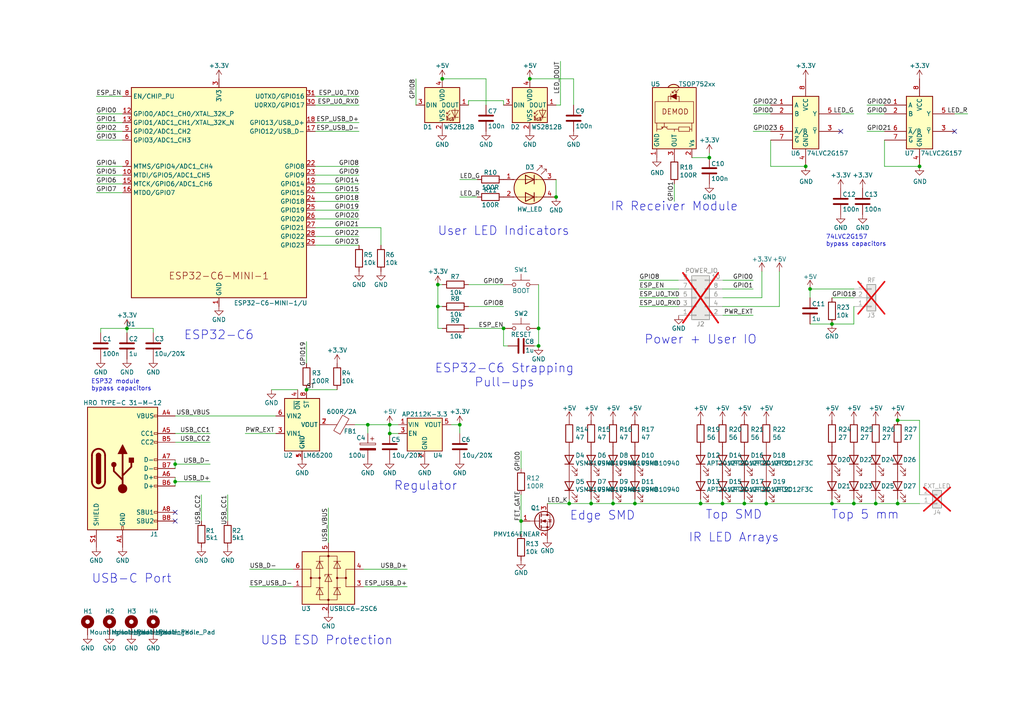
<source format=kicad_sch>
(kicad_sch (version 20231120) (generator "eeschema") (generator_version "8.0")
  (paper "A4")
  (junction (at 184.15 146.05))
  (junction (at 156.21 95.25))
  (junction (at 266.7 48.26))
  (junction (at 106.68 123.19))
  (junction (at 205.74 45.72))
  (junction (at 128.27 22.86))
  (junction (at 127 82.55))
  (junction (at 50.8 134.62))
  (junction (at 177.8 146.05))
  (junction (at 209.55 146.05))
  (junction (at 133.35 123.19))
  (junction (at 113.03 123.19))
  (junction (at 50.8 139.7))
  (junction (at 88.9 113.03))
  (junction (at 203.2 146.05))
  (junction (at 233.68 48.26))
  (junction (at 171.45 146.05))
  (junction (at 146.05 95.25))
  (junction (at 254 146.05))
  (junction (at 234.95 83.82))
  (junction (at 113.03 125.73))
  (junction (at 222.25 146.05))
  (junction (at 247.65 146.05))
  (junction (at 151.13 151.13))
  (junction (at 260.35 121.92))
  (junction (at 36.83 95.25))
  (junction (at 153.67 22.86))
  (junction (at 161.29 57.15))
  (junction (at 241.3 146.05))
  (junction (at 241.3 93.98))
  (junction (at 156.21 100.33))
  (junction (at 165.1 146.05))
  (junction (at 215.9 146.05))
  (junction (at 260.35 146.05))
  (junction (at 127 88.9))
  (no_connect (at 50.8 148.59))
  (no_connect (at 276.86 38.1))
  (no_connect (at 243.84 38.1))
  (no_connect (at 50.8 151.13))
  (wire (pts (xy 247.65 88.9) (xy 247.65 93.98)))
  (wire (pts (xy 243.84 33.02) (xy 247.65 33.02)))
  (wire (pts (xy 130.81 123.19) (xy 133.35 123.19)))
  (wire (pts (xy 115.57 123.19) (xy 113.03 123.19)))
  (wire (pts (xy 113.03 123.19) (xy 113.03 125.73)))
  (wire (pts (xy 156.21 82.55) (xy 156.21 95.25)))
  (wire (pts (xy 91.44 66.04) (xy 110.49 66.04)))
  (wire (pts (xy 276.86 33.02) (xy 280.67 33.02)))
  (wire (pts (xy 91.44 50.8) (xy 104.14 50.8)))
  (wire (pts (xy 256.54 40.64) (xy 256.54 48.26)))
  (wire (pts (xy 120.65 22.86) (xy 120.65 30.48)))
  (wire (pts (xy 127 88.9) (xy 128.27 88.9)))
  (wire (pts (xy 27.94 40.64) (xy 35.56 40.64)))
  (wire (pts (xy 220.98 78.74) (xy 220.98 86.36)))
  (wire (pts (xy 133.35 123.19) (xy 133.35 125.73)))
  (wire (pts (xy 151.13 143.51) (xy 151.13 151.13)))
  (wire (pts (xy 161.29 52.07) (xy 161.29 57.15)))
  (wire (pts (xy 256.54 48.26) (xy 266.7 48.26)))
  (wire (pts (xy 27.94 27.94) (xy 35.56 27.94)))
  (wire (pts (xy 151.13 151.13) (xy 151.13 154.94)))
  (wire (pts (xy 260.35 146.05) (xy 254 146.05)))
  (wire (pts (xy 247.65 144.78) (xy 247.65 146.05)))
  (wire (pts (xy 156.21 100.33) (xy 154.94 100.33)))
  (wire (pts (xy 50.8 133.35) (xy 50.8 134.62)))
  (wire (pts (xy 27.94 48.26) (xy 35.56 48.26)))
  (wire (pts (xy 50.8 120.65) (xy 80.01 120.65)))
  (wire (pts (xy 151.13 130.81) (xy 151.13 135.89)))
  (wire (pts (xy 260.35 146.05) (xy 266.7 146.05)))
  (wire (pts (xy 166.37 30.48) (xy 166.37 22.86)))
  (wire (pts (xy 177.8 144.78) (xy 177.8 146.05)))
  (wire (pts (xy 27.94 38.1) (xy 35.56 38.1)))
  (wire (pts (xy 91.44 60.96) (xy 104.14 60.96)))
  (wire (pts (xy 50.8 128.27) (xy 60.96 128.27)))
  (wire (pts (xy 27.94 35.56) (xy 35.56 35.56)))
  (wire (pts (xy 158.75 146.05) (xy 165.1 146.05)))
  (wire (pts (xy 209.55 83.82) (xy 218.44 83.82)))
  (wire (pts (xy 222.25 146.05) (xy 241.3 146.05)))
  (wire (pts (xy 135.89 82.55) (xy 146.05 82.55)))
  (wire (pts (xy 135.89 29.21) (xy 146.05 29.21)))
  (wire (pts (xy 209.55 88.9) (xy 226.06 88.9)))
  (wire (pts (xy 184.15 144.78) (xy 184.15 146.05)))
  (wire (pts (xy 50.8 134.62) (xy 60.96 134.62)))
  (wire (pts (xy 88.9 113.03) (xy 97.79 113.03)))
  (wire (pts (xy 177.8 146.05) (xy 171.45 146.05)))
  (wire (pts (xy 50.8 138.43) (xy 50.8 139.7)))
  (wire (pts (xy 254 144.78) (xy 254 146.05)))
  (wire (pts (xy 50.8 139.7) (xy 50.8 140.97)))
  (wire (pts (xy 200.66 45.72) (xy 205.74 45.72)))
  (wire (pts (xy 241.3 144.78) (xy 241.3 146.05)))
  (wire (pts (xy 234.95 93.98) (xy 241.3 93.98)))
  (wire (pts (xy 113.03 125.73) (xy 115.57 125.73)))
  (wire (pts (xy 146.05 29.21) (xy 146.05 30.48)))
  (wire (pts (xy 72.39 170.18) (xy 85.09 170.18)))
  (wire (pts (xy 218.44 30.48) (xy 223.52 30.48)))
  (wire (pts (xy 91.44 30.48) (xy 104.14 30.48)))
  (wire (pts (xy 27.94 53.34) (xy 35.56 53.34)))
  (wire (pts (xy 50.8 139.7) (xy 60.96 139.7)))
  (wire (pts (xy 254 146.05) (xy 247.65 146.05)))
  (wire (pts (xy 162.5599 30.48) (xy 162.5599 17.78)))
  (wire (pts (xy 71.12 125.73) (xy 80.01 125.73)))
  (wire (pts (xy 234.95 83.82) (xy 247.65 83.82)))
  (wire (pts (xy 133.35 57.15) (xy 138.43 57.15)))
  (wire (pts (xy 226.06 78.74) (xy 226.06 88.9)))
  (wire (pts (xy 209.55 146.05) (xy 203.2 146.05)))
  (wire (pts (xy 27.94 55.88) (xy 35.56 55.88)))
  (wire (pts (xy 161.29 30.48) (xy 162.5599 30.48)))
  (wire (pts (xy 184.15 146.05) (xy 177.8 146.05)))
  (wire (pts (xy 44.45 96.52) (xy 44.45 95.25)))
  (wire (pts (xy 91.44 55.88) (xy 104.14 55.88)))
  (wire (pts (xy 105.41 165.1) (xy 118.11 165.1)))
  (wire (pts (xy 91.44 58.42) (xy 104.14 58.42)))
  (wire (pts (xy 146.05 100.33) (xy 146.05 95.25)))
  (wire (pts (xy 91.44 48.26) (xy 104.14 48.26)))
  (wire (pts (xy 106.68 123.19) (xy 102.87 123.19)))
  (wire (pts (xy 266.7 121.92) (xy 260.35 121.92)))
  (wire (pts (xy 171.45 146.05) (xy 165.1 146.05)))
  (wire (pts (xy 140.97 30.48) (xy 140.97 22.86)))
  (wire (pts (xy 218.44 33.02) (xy 223.52 33.02)))
  (wire (pts (xy 266.7 143.51) (xy 266.7 121.92)))
  (wire (pts (xy 223.52 48.26) (xy 233.68 48.26)))
  (wire (pts (xy 247.65 146.05) (xy 241.3 146.05)))
  (wire (pts (xy 135.89 95.25) (xy 146.05 95.25)))
  (wire (pts (xy 66.04 143.51) (xy 66.04 151.13)))
  (wire (pts (xy 185.42 88.9) (xy 196.85 88.9)))
  (wire (pts (xy 203.2 144.78) (xy 203.2 146.05)))
  (wire (pts (xy 209.55 86.36) (xy 220.98 86.36)))
  (wire (pts (xy 135.89 88.9) (xy 146.05 88.9)))
  (wire (pts (xy 251.46 38.1) (xy 256.54 38.1)))
  (wire (pts (xy 95.25 147.32) (xy 95.25 157.48)))
  (wire (pts (xy 215.9 144.78) (xy 215.9 146.05)))
  (wire (pts (xy 223.52 40.64) (xy 223.52 48.26)))
  (wire (pts (xy 91.44 35.56) (xy 104.14 35.56)))
  (wire (pts (xy 127 95.25) (xy 128.27 95.25)))
  (wire (pts (xy 110.49 66.04) (xy 110.49 71.12)))
  (wire (pts (xy 91.44 63.5) (xy 104.14 63.5)))
  (wire (pts (xy 195.58 53.34) (xy 195.58 58.42)))
  (wire (pts (xy 91.44 71.12) (xy 104.14 71.12)))
  (wire (pts (xy 241.3 86.36) (xy 247.65 86.36)))
  (wire (pts (xy 88.9 99.06) (xy 88.9 105.41)))
  (wire (pts (xy 222.25 144.78) (xy 222.25 146.05)))
  (wire (pts (xy 50.8 134.62) (xy 50.8 135.89)))
  (wire (pts (xy 105.41 170.18) (xy 118.11 170.18)))
  (wire (pts (xy 215.9 146.05) (xy 209.55 146.05)))
  (wire (pts (xy 72.39 165.1) (xy 85.09 165.1)))
  (wire (pts (xy 133.35 52.07) (xy 138.43 52.07)))
  (wire (pts (xy 127 95.25) (xy 127 88.9)))
  (wire (pts (xy 140.97 22.86) (xy 128.27 22.86)))
  (wire (pts (xy 106.68 125.73) (xy 106.68 123.19)))
  (wire (pts (xy 251.46 33.02) (xy 256.54 33.02)))
  (wire (pts (xy 205.74 45.72) (xy 205.74 44.45)))
  (wire (pts (xy 58.42 143.51) (xy 58.42 151.13)))
  (wire (pts (xy 166.37 22.86) (xy 153.67 22.86)))
  (wire (pts (xy 91.44 53.34) (xy 104.14 53.34)))
  (wire (pts (xy 147.32 100.33) (xy 146.05 100.33)))
  (wire (pts (xy 127 82.55) (xy 128.27 82.55)))
  (wire (pts (xy 184.15 146.05) (xy 203.2 146.05)))
  (wire (pts (xy 91.44 27.94) (xy 104.14 27.94)))
  (wire (pts (xy 185.42 81.28) (xy 196.85 81.28)))
  (wire (pts (xy 36.83 95.25) (xy 29.21 95.25)))
  (wire (pts (xy 209.55 91.44) (xy 218.44 91.44)))
  (wire (pts (xy 222.25 146.05) (xy 215.9 146.05)))
  (wire (pts (xy 251.46 30.48) (xy 256.54 30.48)))
  (wire (pts (xy 234.95 83.82) (xy 234.95 86.36)))
  (wire (pts (xy 106.68 123.19) (xy 113.03 123.19)))
  (wire (pts (xy 218.44 38.1) (xy 223.52 38.1)))
  (wire (pts (xy 91.44 38.1) (xy 104.14 38.1)))
  (wire (pts (xy 156.21 95.25) (xy 156.21 100.33)))
  (wire (pts (xy 78.74 113.03) (xy 86.36 113.03)))
  (wire (pts (xy 29.21 95.25) (xy 29.21 96.52)))
  (wire (pts (xy 36.83 96.52) (xy 36.83 95.25)))
  (wire (pts (xy 27.94 33.02) (xy 35.56 33.02)))
  (wire (pts (xy 165.1 146.05) (xy 165.1 144.78)))
  (wire (pts (xy 185.42 83.82) (xy 196.85 83.82)))
  (wire (pts (xy 209.55 144.78) (xy 209.55 146.05)))
  (wire (pts (xy 209.55 81.28) (xy 218.44 81.28)))
  (wire (pts (xy 91.44 68.58) (xy 104.14 68.58)))
  (wire (pts (xy 50.8 125.73) (xy 60.96 125.73)))
  (wire (pts (xy 27.94 50.8) (xy 35.56 50.8)))
  (wire (pts (xy 260.35 144.78) (xy 260.35 146.05)))
  (wire (pts (xy 44.45 95.25) (xy 36.83 95.25)))
  (wire (pts (xy 247.65 93.98) (xy 241.3 93.98)))
  (wire (pts (xy 185.42 86.36) (xy 196.85 86.36)))
  (wire (pts (xy 171.45 144.78) (xy 171.45 146.05)))
  (wire (pts (xy 127 82.55) (xy 127 88.9)))
  (wire (pts (xy 135.89 30.48) (xy 135.89 29.21)))
  (text "Top SMD" (at 212.852 150.876 0) (effects (font (size 2.54 2.54)) (justify bottom)))
  (text "Edge SMD" (at 174.752 151.13 0) (effects (font (size 2.54 2.54)) (justify bottom)))
  (text "74LVC2G157\nbypass capacitors" (at 239.522 71.628 0) (effects (font (size 1.27 1.27)) (justify left bottom)))
  (text "User LED Indicators" (at 146.05 68.58 0) (effects (font (size 2.54 2.54)) (justify bottom)))
  (text "Power + User IO" (at 203.2 100.076 0) (effects (font (size 2.54 2.54)) (justify bottom)))
  (text "ESP32-C6" (at 63.5 98.806 0) (effects (font (size 2.54 2.54)) (justify bottom)))
  (text "USB-C Port" (at 26.543 169.418 0) (effects (font (size 2.54 2.54)) (justify left bottom)))
  (text "USB ESD Protection" (at 75.565 187.325 0) (effects (font (size 2.54 2.54)) (justify left bottom)))
  (text "Top 5 mm" (at 250.952 150.876 0) (effects (font (size 2.54 2.54)) (justify bottom)))
  (text "ESP32-C6 Strapping\nPull-ups" (at 146.304 112.522 0) (effects (font (size 2.54 2.54)) (justify bottom)))
  (text "IR Receiver Module" (at 195.58 61.468 0) (effects (font (size 2.54 2.54)) (justify bottom)))
  (text "IR LED Arrays" (at 212.852 157.48 0) (effects (font (size 2.54 2.54)) (justify bottom)))
  (text "Regulator" (at 123.444 142.494 0) (effects (font (size 2.54 2.54)) (justify bottom)))
  (text "ESP32 module\nbypass capacitors" (at 26.416 113.538 0) (effects (font (size 1.27 1.27)) (justify left bottom)))
  (label "GPIO19" (at 104.14 60.96 180))
  (label "GPIO23" (at 104.14 71.12 180))
  (label "ESP_USB_D+" (at 118.11 170.18 180))
  (label "ST" (at 88.9 113.03 0))
  (label "USB_CC2" (at 58.42 143.51 270))
  (label "ESP_U0_TXD" (at 104.14 27.94 180))
  (label "ESP_EN" (at 185.42 83.82 0))
  (label "LED_G" (at 247.65 33.02 180))
  (label "GPIO5" (at 27.94 50.8 0))
  (label "GPIO0" (at 27.94 33.02 0))
  (label "GPIO8" (at 104.14 48.26 180))
  (label "GPIO20" (at 251.46 30.48 0))
  (label "GPIO0" (at 218.44 81.28 180))
  (label "ESP_USB_D-" (at 104.14 38.1 180))
  (label "USB_VBUS" (at 95.25 147.32 270))
  (label "ESP_EN" (at 146.05 95.25 180))
  (label "GPIO18" (at 241.3 86.36 0))
  (label "GPIO9" (at 104.14 50.8 180))
  (label "GPIO4" (at 27.94 48.26 0))
  (label "LED_DOUT" (at 162.5599 17.78 270))
  (label "USB_D-" (at 72.39 165.1 0))
  (label "GPIO8" (at 185.42 81.28 0))
  (label "LED_R" (at 133.35 57.15 0))
  (label "GPIO22" (at 104.14 68.58 180))
  (label "USB_CC2" (at 60.96 128.27 180))
  (label "USB_D-" (at 60.96 134.62 180))
  (label "LED_K" (at 158.75 146.05 0))
  (label "PWR_EXT" (at 218.44 91.44 180))
  (label "ESP_USB_D+" (at 104.14 35.56 180))
  (label "LED_R" (at 280.67 33.02 180))
  (label "ESP_U0_RXD" (at 185.42 88.9 0))
  (label "USB_CC1" (at 66.04 143.51 270))
  (label "GPIO21" (at 104.14 66.04 180))
  (label "GPIO23" (at 218.44 38.1 0))
  (label "USB_CC1" (at 60.96 125.73 180))
  (label "GPIO19" (at 88.9 99.06 270))
  (label "GPIO1" (at 218.44 83.82 180))
  (label "GPIO2" (at 27.94 38.1 0))
  (label "GPIO1" (at 27.94 35.56 0))
  (label "GPIO3" (at 27.94 40.64 0))
  (label "USB_D+" (at 118.11 165.1 180))
  (label "GPIO6" (at 27.94 53.34 0))
  (label "ESP_U0_TXD" (at 185.42 86.36 0))
  (label "LED_G" (at 133.35 52.07 0))
  (label "GPIO18" (at 104.14 58.42 180))
  (label "GPIO15" (at 104.14 55.88 180))
  (label "GPIO21" (at 251.46 38.1 0))
  (label "ESP_EN" (at 27.94 27.94 0))
  (label "USB_D+" (at 60.96 139.7 180))
  (label "GPIO0" (at 151.13 130.81 270))
  (label "GPIO22" (at 218.44 30.48 0))
  (label "GPIO1" (at 195.58 58.42 90))
  (label "GPIO8" (at 120.65 22.86 270))
  (label "GPIO9" (at 146.05 82.55 180))
  (label "GPIO14" (at 104.14 53.34 180))
  (label "GPIO0" (at 251.46 33.02 0))
  (label "GPIO7" (at 27.94 55.88 0))
  (label "GPIO0" (at 218.44 33.02 0))
  (label "GPIO20" (at 104.14 63.5 180))
  (label "USB_VBUS" (at 60.96 120.65 180))
  (label "GPIO8" (at 146.05 88.9 180))
  (label "FET_GATE" (at 151.13 151.13 90))
  (label "ESP_U0_RXD" (at 104.14 30.48 180))
  (label "PWR_EXT" (at 71.12 125.73 0))
  (label "ESP_USB_D-" (at 72.39 170.18 0))
  (symbol (lib_id "power:+5V") (at 113.03 123.19 0) (unit 1)
    (property "Reference" "#PWR022" (effects (hide yes)))
    (property "Value" "+5V" (at 113.03 119.38 0))
  )
  (symbol (lib_id "Transistor_FET:2N7002") (at 156.21 151.13 0) (unit 1)
    (property "Reference" "Q1" (at 153.924 147.32 0) (effects (justify left)))
    (property "Value" "PMV164ENEAR" (at 143.002 154.94 0) (effects (justify left)))
    (property "Footprint" "Package_TO_SOT_SMD:SOT-23" (effects (hide yes)))
    (property "Datasheet" "https://assets.nexperia.com/documents/data-sheet/PMV164ENEA.pdf" (effects (hide yes)))
    (property "MPN1" "PMV164ENEAR " (effects (hide yes)))
  )
  (symbol (lib_id "power:+5V") (at 203.2 121.92 0) (unit 1)
    (property "Reference" "#PWR044" (effects (hide yes)))
    (property "Value" "+5V" (at 203.2 118.364 0))
  )
  (symbol (lib_id "power:GND") (at 158.75 156.21 0) (unit 1)
    (property "Reference" "#PWR035" (effects (hide yes)))
    (property "Value" "GND" (at 158.75 159.766 0))
  )
  (symbol (lib_id "Mechanical:MountingHole_Pad") (at 25.4 181.61 0) (unit 1)
    (property "Reference" "H1" (at 24.13 177.292 0) (effects (justify left)))
    (property "Value" "MountingHole_Pad" (at 25.908 183.388 0) (effects (justify left)))
    (property "Footprint" "MountingHole:MountingHole_2.5mm_Pad_Via" (effects (hide yes)))
    (property "Population" "DNF" (effects (hide yes)))
  )
  (symbol (lib_id "power:GND") (at 190.5 45.72 0) (unit 1)
    (property "Reference" "#PWR042" (effects (hide yes)))
    (property "Value" "GND" (at 190.627 50.1142 0))
  )
  (symbol (lib_id "Regulator_Linear:AP2112K-3.3") (at 123.19 125.73 0) (unit 1)
    (property "Reference" "U4" (at 127 132.08 0))
    (property "Value" "AP2112K-3.3" (at 123.19 120.142 0))
    (property "Footprint" "Package_TO_SOT_SMD:SOT-23-5" (effects (hide yes)))
    (property "Datasheet" "https://www.diodes.com/assets/Datasheets/AP2112.pdf" (effects (hide yes)))
    (property "MPN1" "AP2112K-3.3TRG1" (effects (hide yes)))
  )
  (symbol (lib_name "+3.3V_1") (lib_id "power:+3.3V") (at 266.7 22.86 0) (unit 1)
    (property "Reference" "#PWR064" (effects (hide yes)))
    (property "Value" "+3.3V" (at 266.7 19.05 0))
  )
  (symbol (lib_id "Pulse:WS2812B") (at 128.27 30.48 0) (unit 1)
    (property "Reference" "D1" (at 122.682 36.83 0) (effects (justify left)))
    (property "Value" "WS2812B" (at 137.668 36.83 0) (effects (justify right)))
    (property "Footprint" "LED_SMD:LED_WS2812B-2020_PLCC4_2.0x2.0mm" (effects (hide yes)))
    (property "Datasheet" "https://cdn-shop.adafruit.com/product-files/4684/4684_WS2812B-2020_V1.3_EN.pdf" (effects (hide yes)))
    (property "DesignRef" "User LED" (effects (hide yes)))
    (property "Manufacturer" "WorldSemi" (effects (hide yes)))
    (property "MPN1" "WS2812B-2020" (effects (hide yes)))
  )
  (symbol (lib_id "Device:C") (at 36.83 100.33 0) (unit 1)
    (property "Reference" "C2" (at 37.338 98.298 0) (effects (justify left)))
    (property "Value" "1u" (at 37.338 102.616 0) (effects (justify left)))
    (property "Footprint" "Capacitor_SMD:C_0402_1005Metric" (effects (hide yes)))
    (property "Manufacturer" "Yageo" (effects (hide yes)))
    (property "DesignRef" "Bypass" (effects (hide yes)))
    (property "MPN1" "CC0402KRX5R6BB105" (effects (hide yes)))
  )
  (symbol (lib_id "Device:R") (at 222.25 125.73 0) (unit 1)
    (property "Reference" "R22" (at 224.028 124.5616 0) (effects (justify left)))
    (property "Value" "56" (at 224.028 126.873 0) (effects (justify left)))
    (property "Footprint" "Resistor_SMD:R_0805_2012Metric" (effects (hide yes)))
    (property "MPN1" "RC0805JR-0756RL" (effects (hide yes)))
  )
  (symbol (lib_id "Device:R") (at 142.24 57.15 90) (unit 1)
    (property "Reference" "R11" (at 142.24 55.118 90))
    (property "Value" "100R" (at 142.24 59.436 90))
    (property "Footprint" "Resistor_SMD:R_0402_1005Metric" (effects (hide yes)))
    (property "Manufacturer" "Yageo" (effects (hide yes)))
    (property "MPN1" "RC0402JR-07100RL" (effects (hide yes)))
  )
  (symbol (lib_id "Device:LED") (at 247.65 133.35 90) (unit 1)
    (property "Reference" "D22" (at 249.174 133.35 90) (effects (justify right)))
    (property "Value" "LTE-4206" (effects (hide yes)))
    (property "Footprint" "LED_THT:LED_D5.0mm" (effects (hide yes)))
    (property "MPN1" "LTE-4206" (effects (hide yes)))
  )
  (symbol (lib_id "power:+5V") (at 226.06 78.74 0) (unit 1)
    (property "Reference" "#PWR051" (effects (hide yes)))
    (property "Value" "+5V" (at 226.06 75.184 0))
  )
  (symbol (lib_id "kbxIrBlaster:TSOP752xx") (at 195.58 35.56 270) (unit 1)
    (property "Reference" "U5" (at 188.722 24.384 90) (effects (justify left)))
    (property "Value" "TSOP752xx" (at 196.85 24.384 90) (effects (justify left)))
    (property "Footprint" "kbxIrBlaster:Vishay_TSOP752_Horizontal" (effects (hide yes)))
    (property "Datasheet" "https://www.vishay.com/docs/82494/tsop752.pdf" (effects (hide yes)))
    (property "Description" "IR Receiver Modules for Remote Control Systems" (effects (hide yes)))
    (property "MPN1" "TSOP75238" (effects (hide yes)))
  )
  (symbol (lib_id "power:GND") (at 196.85 91.44 0) (unit 1)
    (property "Reference" "#PWR043" (effects (hide yes)))
    (property "Value" "GND" (at 196.85 95.25 0))
  )
  (symbol (lib_name "+3.3V_1") (lib_id "power:+3.3V") (at 220.98 78.74 0) (unit 1)
    (property "Reference" "#PWR049" (effects (hide yes)))
    (property "Value" "+3.3V" (at 220.98 75.184 0))
  )
  (symbol (lib_id "Device:C") (at 44.45 100.33 0) (unit 1)
    (property "Reference" "C3" (at 46.228 98.298 0))
    (property "Value" "10u/20%" (at 49.276 102.616 0))
    (property "Footprint" "Capacitor_SMD:C_0603_1608Metric" (effects (hide yes)))
    (property "Manufacturer" "Yageo" (effects (hide yes)))
    (property "DesignRef" "Bypass" (effects (hide yes)))
    (property "MPN1" "CC0603MRX5R6BB106" (effects (hide yes)))
  )
  (symbol (lib_id "Device:R") (at 241.3 125.73 0) (unit 1)
    (property "Reference" "R24" (at 243.078 124.5616 0) (effects (justify left)))
    (property "Value" "27" (at 243.078 126.873 0) (effects (justify left)))
    (property "Footprint" "Resistor_SMD:R_0805_2012Metric" (effects (hide yes)))
    (property "Description" "Resistor" (effects (hide yes)))
    (property "MPN1" "RC0805FR-0727RL" (effects (hide yes)))
  )
  (symbol (lib_id "Mechanical:MountingHole_Pad") (at 31.75 181.61 0) (unit 1)
    (property "Reference" "H2" (at 30.48 177.292 0) (effects (justify left)))
    (property "Value" "MountingHole_Pad" (at 32.258 183.388 0) (effects (justify left)))
    (property "Footprint" "MountingHole:MountingHole_2.5mm_Pad_Via" (effects (hide yes)))
    (property "Population" "DNF" (effects (hide yes)))
  )
  (symbol (lib_id "74xGxx:74LVC2G157") (at 266.7 35.56 0) (unit 1)
    (property "Reference" "U7" (at 262.382 44.45 0) (effects (justify left)))
    (property "Value" "74LVC2G157" (at 266.954 44.45 0) (effects (justify left)))
    (property "Footprint" "Package_SO:VSSOP-8_2.3x2mm_P0.5mm" (effects (hide yes)))
    (property "Datasheet" "https://www.ti.com/lit/ds/symlink/sn74lvc2g157.pdf" (effects (hide yes)))
    (property "Description" "Single 2 to 1 Multiplexer, Low-Voltage CMOS" (effects (hide yes)))
    (property "MPN1" "74LVC2G157" (effects (hide yes)))
  )
  (symbol (lib_id "Device:C") (at 29.21 100.33 0) (unit 1)
    (property "Reference" "C1" (at 29.718 98.298 0) (effects (justify left)))
    (property "Value" "100n" (at 29.718 102.616 0) (effects (justify left)))
    (property "Footprint" "Capacitor_SMD:C_0402_1005Metric" (effects (hide yes)))
    (property "Manufacturer" "Yageo" (effects (hide yes)))
    (property "DesignRef" "Bypass" (effects (hide yes)))
    (property "MPN1" "CC0402KRX5R6BB104" (effects (hide yes)))
  )
  (symbol (lib_id "Device:LED") (at 215.9 133.35 90) (unit 1)
    (property "Reference" "D16" (at 217.678 132.08 90) (effects (justify right)))
    (property "Value" "APT2012F3C" (at 217.678 134.366 90) (effects (justify right)))
    (property "Footprint" "LED_SMD:LED_0805_2012Metric" (effects (hide yes)))
    (property "Datasheet" "https://www.kingbrightusa.com/images/catalog/spec/apt2012f3c.pdf" (effects (hide yes)))
    (property "Description" "Light emitting diode" (effects (hide yes)))
    (property "MPN1" "APT2012F3C" (effects (hide yes)))
  )
  (symbol (lib_id "Device:LED") (at 171.45 133.35 90) (unit 1)
    (property "Reference" "D6" (at 173.228 132.08 90) (effects (justify right)))
    (property "Value" "VSMB10940" (at 173.228 134.366 90) (effects (justify right)))
    (property "Footprint" "LED_SMD:LED_Kingbright_KPA-3010_3x2x1mm" (effects (hide yes)))
    (property "Datasheet" "https://www.vishay.com/docs/84170/vsmb10940.pdf" (effects (hide yes)))
    (property "Description" "Light emitting diode" (effects (hide yes)))
    (property "MPN1" "VSMB10940" (effects (hide yes)))
  )
  (symbol (lib_id "power:GND") (at 44.45 104.14 0) (unit 1)
    (property "Reference" "#PWR09" (effects (hide yes)))
    (property "Value" "GND" (at 44.45 107.95 0))
  )
  (symbol (lib_id "power:GND") (at 233.68 48.26 0) (unit 1)
    (property "Reference" "#PWR053" (effects (hide yes)))
    (property "Value" "GND" (at 233.807 52.6542 0))
  )
  (symbol (lib_id "power:GND") (at 63.5 88.9 0) (unit 1)
    (property "Reference" "#PWR013" (effects (hide yes)))
    (property "Value" "GND" (at 63.5 92.71 0))
  )
  (symbol (lib_id "power:+5V") (at 241.3 121.92 0) (unit 1)
    (property "Reference" "#PWR056" (effects (hide yes)))
    (property "Value" "+5V" (at 241.3 118.364 0))
  )
  (symbol (lib_id "Device:C") (at 234.95 90.17 0) (unit 1)
    (property "Reference" "C11" (at 235.458 88.138 0) (effects (justify left)))
    (property "Value" "1u" (at 235.458 92.456 0) (effects (justify left)))
    (property "Footprint" "Capacitor_SMD:C_0402_1005Metric" (effects (hide yes)))
    (property "Manufacturer" "Yageo" (effects (hide yes)))
    (property "DesignRef" "Bypass" (effects (hide yes)))
    (property "MPN1" "CC0402KRX5R6BB105" (effects (hide yes)))
  )
  (symbol (lib_name "+3.3V_1") (lib_id "power:+3.3V") (at 63.5 22.86 0) (unit 1)
    (property "Reference" "#PWR012" (effects (hide yes)))
    (property "Value" "+3.3V" (at 63.5 19.05 0))
  )
  (symbol (lib_id "Device:LED") (at 203.2 140.97 90) (unit 1)
    (property "Reference" "D13" (at 204.978 139.7 90) (effects (justify right)))
    (property "Value" "APT2012F3C" (at 204.978 141.986 90) (effects (justify right)))
    (property "Footprint" "LED_SMD:LED_0805_2012Metric" (effects (hide yes)))
    (property "Datasheet" "https://www.kingbrightusa.com/images/catalog/spec/apt2012f3c.pdf" (effects (hide yes)))
    (property "Description" "Light emitting diode" (effects (hide yes)))
    (property "MPN1" "APT2012F3C" (effects (hide yes)))
  )
  (symbol (lib_id "Device:R") (at 247.65 125.73 0) (unit 1)
    (property "Reference" "R25" (at 249.428 124.5616 0) (effects (justify left)))
    (property "Value" "27" (at 249.428 126.873 0) (effects (justify left)))
    (property "Footprint" "Resistor_SMD:R_0805_2012Metric" (effects (hide yes)))
    (property "Description" "Resistor" (effects (hide yes)))
    (property "MPN1" "RC0805FR-0727RL" (effects (hide yes)))
  )
  (symbol (lib_id "Device:R") (at 209.55 125.73 0) (unit 1)
    (property "Reference" "R20" (at 211.328 124.5616 0) (effects (justify left)))
    (property "Value" "56" (at 211.328 126.873 0) (effects (justify left)))
    (property "Footprint" "Resistor_SMD:R_0805_2012Metric" (effects (hide yes)))
    (property "MPN1" "RC0805JR-0756RL" (effects (hide yes)))
  )
  (symbol (lib_id "Device:LED") (at 254 140.97 90) (unit 1)
    (property "Reference" "D25" (at 255.524 140.97 90) (effects (justify right)))
    (property "Value" "LTE-4206" (effects (hide yes)))
    (property "Footprint" "LED_THT:LED_D5.0mm" (effects (hide yes)))
    (property "MPN1" "LTE-4206" (effects (hide yes)))
  )
  (symbol (lib_id "Device:LED") (at 247.65 140.97 90) (unit 1)
    (property "Reference" "D23" (at 249.174 140.97 90) (effects (justify right)))
    (property "Value" "LTE-4206" (effects (hide yes)))
    (property "Footprint" "LED_THT:LED_D5.0mm" (effects (hide yes)))
    (property "MPN1" "LTE-4206" (effects (hide yes)))
  )
  (symbol (lib_id "power:GND") (at 151.13 162.56 0) (unit 1)
    (property "Reference" "#PWR031" (effects (hide yes)))
    (property "Value" "GND" (at 151.13 166.116 0))
  )
  (symbol (lib_id "Device:R") (at 142.24 52.07 90) (unit 1)
    (property "Reference" "R10" (at 142.24 50.038 90))
    (property "Value" "100R" (at 142.24 54.356 90))
    (property "Footprint" "Resistor_SMD:R_0402_1005Metric" (effects (hide yes)))
    (property "Manufacturer" "Yageo" (effects (hide yes)))
    (property "MPN1" "RC0402JR-07100RL" (effects (hide yes)))
  )
  (symbol (lib_id "Device:LED") (at 165.1 140.97 90) (unit 1)
    (property "Reference" "D5" (at 166.878 139.7 90) (effects (justify right)))
    (property "Value" "VSMB10940" (at 166.878 141.986 90) (effects (justify right)))
    (property "Footprint" "LED_SMD:LED_Kingbright_KPA-3010_3x2x1mm" (effects (hide yes)))
    (property "Datasheet" "https://www.vishay.com/docs/84170/vsmb10940.pdf" (effects (hide yes)))
    (property "Description" "Light emitting diode" (effects (hide yes)))
    (property "MPN1" "VSMB10940" (effects (hide yes)))
  )
  (symbol (lib_id "Device:C") (at 113.03 129.54 0) (unit 1)
    (property "Reference" "C5" (at 114.808 127.508 0))
    (property "Value" "10u/20%" (at 113.665 132.08 0) (effects (justify left)))
    (property "Footprint" "Capacitor_SMD:C_0603_1608Metric" (effects (hide yes)))
    (property "Manufacturer" "Yageo" (effects (hide yes)))
    (property "DesignRef" "Bypass" (effects (hide yes)))
    (property "MPN1" "CC0603MRX5R6BB106" (effects (hide yes)))
  )
  (symbol (lib_id "Device:R") (at 66.04 154.94 0) (unit 1)
    (property "Reference" "R2" (at 68.58 153.924 0))
    (property "Value" "5k1" (at 69.088 155.956 0))
    (property "Footprint" "Resistor_SMD:R_0402_1005Metric" (effects (hide yes)))
    (property "Manufacturer" "Yageo" (effects (hide yes)))
    (property "DesignRef" "USB-C CC line pull resistors" (effects (hide yes)))
    (property "MPN1" "RC0402JR-075K1L" (effects (hide yes)))
  )
  (symbol (lib_id "power:+5V") (at 184.15 121.92 0) (unit 1)
    (property "Reference" "#PWR041" (effects (hide yes)))
    (property "Value" "+5V" (at 184.15 118.364 0))
  )
  (symbol (lib_id "Device:R") (at 195.58 49.53 0) (unit 1)
    (property "Reference" "R18" (at 197.104 48.514 0) (effects (justify left)))
    (property "Value" "100R" (at 197.104 50.8 0) (effects (justify left)))
    (property "Footprint" "Resistor_SMD:R_0402_1005Metric" (effects (hide yes)))
    (property "Manufacturer" "Yageo" (effects (hide yes)))
    (property "MPN1" "RC0402JR-07100RL" (effects (hide yes)))
  )
  (symbol (lib_id "power:+5V") (at 153.67 22.86 0) (unit 1)
    (property "Reference" "#PWR032" (effects (hide yes)))
    (property "Value" "+5V" (at 153.67 19.05 0))
  )
  (symbol (lib_id "Device:R") (at 97.79 109.22 0) (unit 1)
    (property "Reference" "R4" (at 99.06 108.204 0) (effects (justify left)))
    (property "Value" "10k" (at 99.06 110.49 0) (effects (justify left)))
    (property "Footprint" "Resistor_SMD:R_0402_1005Metric" (effects (hide yes)))
    (property "Manufacturer" "Yageo" (effects (hide yes)))
    (property "DesignRef" "Pull-up" (effects (hide yes)))
    (property "MPN1" "RC0402JR-0710KL" (effects (hide yes)))
  )
  (symbol (lib_id "power:GND") (at 106.68 133.35 0) (unit 1)
    (property "Reference" "#PWR020" (effects (hide yes)))
    (property "Value" "GND" (at 106.68 137.16 0))
  )
  (symbol (lib_name "+3.3V_1") (lib_id "power:+3.3V") (at 133.35 123.19 0) (unit 1)
    (property "Reference" "#PWR028" (effects (hide yes)))
    (property "Value" "+3.3V" (at 133.35 119.38 0))
  )
  (symbol (lib_id "Device:FerriteBead") (at 99.06 123.19 90) (unit 1)
    (property "Reference" "FB1" (at 101.6 125.095 90))
    (property "Value" "600R/2A" (at 99.06 119.38 90))
    (property "Footprint" "Inductor_SMD:L_0603_1608Metric" (effects (hide yes)))
    (property "Manufacturer" "TDK" (effects (hide yes)))
    (property "DesignRef" "EMI" (effects (hide yes)))
    (property "MPN1" "MPZ1608S221ATA00" (effects (hide yes)))
  )
  (symbol (lib_id "Device:R") (at 184.15 125.73 0) (unit 1)
    (property "Reference" "R17" (at 185.928 124.5616 0) (effects (justify left)))
    (property "Value" "47" (at 185.928 126.873 0) (effects (justify left)))
    (property "Footprint" "Resistor_SMD:R_0805_2012Metric" (effects (hide yes)))
    (property "MPN1" "RC0805JR-0747RL " (effects (hide yes)))
  )
  (symbol (lib_id "Device:R") (at 110.49 74.93 0) (unit 1)
    (property "Reference" "R6" (at 111.76 73.914 0) (effects (justify left)))
    (property "Value" "10k" (at 111.76 76.2 0) (effects (justify left)))
    (property "Footprint" "Resistor_SMD:R_0402_1005Metric" (effects (hide yes)))
    (property "Manufacturer" "Yageo" (effects (hide yes)))
    (property "DesignRef" "Pull-up" (effects (hide yes)))
    (property "MPN1" "RC0402JR-0710KL" (effects (hide yes)))
  )
  (symbol (lib_id "power:GND") (at 25.4 184.15 0) (unit 1)
    (property "Reference" "#PWR01" (effects (hide yes)))
    (property "Value" "GND" (at 25.4 187.96 0))
  )
  (symbol (lib_id "Mechanical:MountingHole_Pad") (at 38.1 181.61 0) (unit 1)
    (property "Reference" "H3" (at 36.83 177.292 0) (effects (justify left)))
    (property "Value" "MountingHole_Pad" (at 38.608 183.388 0) (effects (justify left)))
    (property "Footprint" "MountingHole:MountingHole_2.5mm_Pad_Via" (effects (hide yes)))
    (property "Population" "DNF" (effects (hide yes)))
  )
  (symbol (lib_id "Connector_Generic:Conn_01x03") (at 252.73 86.36 0) (mirror x) (unit 1) (dnp yes)
    (property "Reference" "J3" (at 251.46 91.44 0) (effects (justify left)))
    (property "Value" "RF" (at 251.46 81.28 0) (effects (justify left)))
    (property "Footprint" "Connector_PinSocket_2.54mm:PinSocket_1x03_P2.54mm_Vertical" (effects (hide yes)))
    (property "Description" "Generic connector, single row, 01x03, script generated (kicad-library-utils/schlib/autogen/connector/)" (effects (hide yes)))
    (property "Population" "DNF" (effects (hide yes)))
  )
  (symbol (lib_id "power:GND") (at 78.74 113.03 0) (unit 1)
    (property "Reference" "#PWR015" (effects (hide yes)))
    (property "Value" "GND" (at 78.74 116.84 0))
  )
  (symbol (lib_id "power:+5V") (at 128.27 22.86 0) (unit 1)
    (property "Reference" "#PWR026" (effects (hide yes)))
    (property "Value" "+5V" (at 128.27 19.05 0))
  )
  (symbol (lib_id "Device:R") (at 132.08 95.25 270) (unit 1)
    (property "Reference" "R9" (at 133.35 92.964 90) (effects (justify right)))
    (property "Value" "10k" (at 134.112 97.536 90) (effects (justify right)))
    (property "Footprint" "Resistor_SMD:R_0402_1005Metric" (effects (hide yes)))
    (property "Manufacturer" "Yageo" (effects (hide yes)))
    (property "DesignRef" "Pull-up" (effects (hide yes)))
    (property "MPN1" "RC0402JR-0710KL" (effects (hide yes)))
  )
  (symbol (lib_id "power:+5V") (at 254 121.92 0) (unit 1)
    (property "Reference" "#PWR062" (effects (hide yes)))
    (property "Value" "+5V" (at 254 118.364 0))
  )
  (symbol (lib_id "Device:LED") (at 222.25 133.35 90) (unit 1)
    (property "Reference" "D18" (at 224.028 132.08 90) (effects (justify right)))
    (property "Value" "APT2012F3C" (at 224.028 134.366 90) (effects (justify right)))
    (property "Footprint" "LED_SMD:LED_0805_2012Metric" (effects (hide yes)))
    (property "Datasheet" "https://www.kingbrightusa.com/images/catalog/spec/apt2012f3c.pdf" (effects (hide yes)))
    (property "Description" "Light emitting diode" (effects (hide yes)))
    (property "MPN1" "APT2012F3C" (effects (hide yes)))
  )
  (symbol (lib_id "Device:R") (at 215.9 125.73 0) (unit 1)
    (property "Reference" "R21" (at 217.678 124.5616 0) (effects (justify left)))
    (property "Value" "56" (at 217.678 126.873 0) (effects (justify left)))
    (property "Footprint" "Resistor_SMD:R_0805_2012Metric" (effects (hide yes)))
    (property "MPN1" "RC0805JR-0756RL" (effects (hide yes)))
  )
  (symbol (lib_id "Device:R") (at 260.35 125.73 0) (unit 1)
    (property "Reference" "R27" (at 262.128 124.5616 0) (effects (justify left)))
    (property "Value" "27" (at 262.128 126.873 0) (effects (justify left)))
    (property "Footprint" "Resistor_SMD:R_0805_2012Metric" (effects (hide yes)))
    (property "Description" "Resistor" (effects (hide yes)))
    (property "MPN1" "RC0805FR-0727RL" (effects (hide yes)))
  )
  (symbol (lib_id "Device:LED") (at 254 133.35 90) (unit 1)
    (property "Reference" "D24" (at 255.524 133.35 90) (effects (justify right)))
    (property "Value" "LTE-4206" (effects (hide yes)))
    (property "Footprint" "LED_THT:LED_D5.0mm" (effects (hide yes)))
    (property "MPN1" "LTE-4206" (effects (hide yes)))
  )
  (symbol (lib_id "Device:LED") (at 241.3 133.35 90) (unit 1)
    (property "Reference" "D20" (at 242.824 133.35 90) (effects (justify right)))
    (property "Value" "LTE-4206" (effects (hide yes)))
    (property "Footprint" "LED_THT:LED_D5.0mm" (effects (hide yes)))
    (property "MPN1" "LTE-4206" (effects (hide yes)))
  )
  (symbol (lib_id "Device:LED") (at 177.8 140.97 90) (unit 1)
    (property "Reference" "D9" (at 179.578 139.7 90) (effects (justify right)))
    (property "Value" "VSMB10940" (at 179.578 141.986 90) (effects (justify right)))
    (property "Footprint" "LED_SMD:LED_Kingbright_KPA-3010_3x2x1mm" (effects (hide yes)))
    (property "Datasheet" "https://www.vishay.com/docs/84170/vsmb10940.pdf" (effects (hide yes)))
    (property "Description" "Light emitting diode" (effects (hide yes)))
    (property "MPN1" "VSMB10940" (effects (hide yes)))
  )
  (symbol (lib_id "Device:R") (at 171.45 125.73 0) (unit 1)
    (property "Reference" "R15" (at 173.228 124.5616 0) (effects (justify left)))
    (property "Value" "47" (at 173.228 126.873 0) (effects (justify left)))
    (property "Footprint" "Resistor_SMD:R_0805_2012Metric" (effects (hide yes)))
    (property "MPN1" "RC0805JR-0747RL " (effects (hide yes)))
  )
  (symbol (lib_id "Device:C") (at 151.13 100.33 90) (unit 1)
    (property "Reference" "C8" (at 154.94 99.06 90) (effects (justify left)))
    (property "Value" "1u" (at 154.94 101.6 90) (effects (justify left)))
    (property "Footprint" "Capacitor_SMD:C_0402_1005Metric" (effects (hide yes)))
    (property "Manufacturer" "Yageo" (effects (hide yes)))
    (property "DesignRef" "Debounce" (effects (hide yes)))
    (property "MPN1" "CC0402KRX5R6BB105" (effects (hide yes)))
  )
  (symbol (lib_id "power:GND") (at 44.45 184.15 0) (unit 1)
    (property "Reference" "#PWR010" (effects (hide yes)))
    (property "Value" "GND" (at 44.45 187.96 0))
  )
  (symbol (lib_id "Device:R") (at 151.13 139.7 0) (unit 1)
    (property "Reference" "R12" (at 152.654 138.684 0) (effects (justify left)))
    (property "Value" "100R" (at 152.654 140.97 0) (effects (justify left)))
    (property "Footprint" "Resistor_SMD:R_0402_1005Metric" (effects (hide yes)))
    (property "Manufacturer" "Yageo" (effects (hide yes)))
    (property "MPN1" "RC0402JR-07100RL" (effects (hide yes)))
  )
  (symbol (lib_id "power:GND") (at 38.1 184.15 0) (unit 1)
    (property "Reference" "#PWR08" (effects (hide yes)))
    (property "Value" "GND" (at 38.1 187.96 0))
  )
  (symbol (lib_id "Connector:USB_C_Receptacle_USB2.0") (at 35.56 135.89 0) (unit 1)
    (property "Reference" "J1" (at 44.704 154.94 0))
    (property "Value" "HRO TYPE-C 31-M-12" (at 35.56 116.84 0))
    (property "Footprint" "Connector_USB:USB_C_Receptacle_HRO_TYPE-C-31-M-12" (effects (hide yes)))
    (property "Datasheet" "https://www.usb.org/sites/default/files/documents/usb_type-c.zip" (effects (hide yes)))
    (property "Manufacturer" "Korean Hroparts Elec" (effects (hide yes)))
    (property "DesignRef" "USB in" (effects (hide yes)))
    (property "MPN1" "HRO TYPE-C 31-M-12" (effects (hide yes)))
  )
  (symbol (lib_id "Device:R") (at 241.3 90.17 0) (unit 1)
    (property "Reference" "R23" (at 242.57 89.154 0) (effects (justify left)))
    (property "Value" "10k" (at 242.57 91.44 0) (effects (justify left)))
    (property "Footprint" "Resistor_SMD:R_0402_1005Metric" (effects (hide yes)))
    (property "Manufacturer" "Yageo" (effects (hide yes)))
    (property "DesignRef" "Pull-up" (effects (hide yes)))
    (property "MPN1" "RC0402JR-0710KL" (effects (hide yes)))
  )
  (symbol (lib_id "Connector_Generic:Conn_01x02") (at 271.78 146.05 0) (mirror x) (unit 1) (dnp yes)
    (property "Reference" "J4" (at 271.78 148.59 0))
    (property "Value" "EXT_LED" (at 271.78 140.97 0))
    (property "Footprint" "Connector_PinSocket_2.54mm:PinSocket_1x02_P2.54mm_Vertical" (effects (hide yes)))
    (property "Description" "Generic connector, single row, 01x02, script generated (kicad-library-utils/schlib/autogen/connector/)" (effects (hide yes)))
    (property "Population" "DNF" (effects (hide yes)))
  )
  (symbol (lib_id "Device:CP") (at 106.68 129.54 0) (mirror y) (unit 1)
    (property "Reference" "C4" (at 106.045 127 0) (effects (justify left)))
    (property "Value" "100u" (at 106.045 132.08 0) (effects (justify left)))
    (property "Footprint" "Capacitor_SMD:CP_Elec_5x5.4" (effects (hide yes)))
    (property "Datasheet" "https://www.cde.com/resources/catalogs/AFK.pdf" (effects (hide yes)))
    (property "MPN1" "UWR1A101MCL1GB" (effects (hide yes)))
    (property "DesignRef" "Bulk" (effects (hide yes)))
    (property "Manufacturer" "CDE" (effects (hide yes)))
  )
  (symbol (lib_id "Device:LED") (at 177.8 133.35 90) (unit 1)
    (property "Reference" "D8" (at 179.578 132.08 90) (effects (justify right)))
    (property "Value" "VSMB10940" (at 179.578 134.366 90) (effects (justify right)))
    (property "Footprint" "LED_SMD:LED_Kingbright_KPA-3010_3x2x1mm" (effects (hide yes)))
    (property "Datasheet" "https://www.vishay.com/docs/84170/vsmb10940.pdf" (effects (hide yes)))
    (property "Description" "Light emitting diode" (effects (hide yes)))
    (property "MPN1" "VSMB10940" (effects (hide yes)))
  )
  (symbol (lib_id "Device:LED") (at 260.35 140.97 90) (unit 1)
    (property "Reference" "D27" (at 261.874 140.97 90) (effects (justify right)))
    (property "Value" "LTE-4206" (effects (hide yes)))
    (property "Footprint" "LED_THT:LED_D5.0mm" (effects (hide yes)))
    (property "MPN1" "LTE-4206" (effects (hide yes)))
  )
  (symbol (lib_id "Switch:SW_Push") (at 151.13 95.25 0) (unit 1)
    (property "Reference" "SW2" (at 151.13 90.932 0))
    (property "Value" "RESET" (at 151.13 97.028 0))
    (property "Footprint" "Button_Switch_SMD:SW_Push_1P1T_NO_CK_KMR2" (effects (hide yes)))
    (property "Description" "Push button switch, generic, two pins" (effects (hide yes)))
    (property "MPN1" "KMR2" (effects (hide yes)))
  )
  (symbol (lib_id "Device:LED") (at 260.35 133.35 90) (unit 1)
    (property "Reference" "D26" (at 261.874 133.35 90) (effects (justify right)))
    (property "Value" "LTE-4206" (effects (hide yes)))
    (property "Footprint" "LED_THT:LED_D5.0mm" (effects (hide yes)))
    (property "MPN1" "LTE-4206" (effects (hide yes)))
  )
  (symbol (lib_id "Device:R") (at 104.14 74.93 0) (unit 1)
    (property "Reference" "R5" (at 105.41 73.914 0) (effects (justify left)))
    (property "Value" "10k" (at 105.41 76.2 0) (effects (justify left)))
    (property "Footprint" "Resistor_SMD:R_0402_1005Metric" (effects (hide yes)))
    (property "Manufacturer" "Yageo" (effects (hide yes)))
    (property "DesignRef" "Pull-up" (effects (hide yes)))
    (property "MPN1" "RC0402JR-0710KL" (effects (hide yes)))
  )
  (symbol (lib_id "Device:LED_Dual_AAKK") (at 153.67 54.61 0) (unit 1)
    (property "Reference" "D3" (at 153.67 48.514 0))
    (property "Value" "HW_LED" (at 153.67 60.706 0))
    (property "Footprint" "LED_SMD:LED_Cree-PLCC4_3.2x2.8mm_CCW" (effects (hide yes)))
    (property "Description" "Dual LED, cathodes on pins 3 and 4" (effects (hide yes)))
    (property "MPN1" "APB3227SURKZGC" (effects (hide yes)))
  )
  (symbol (lib_id "Device:LED") (at 184.15 133.35 90) (unit 1)
    (property "Reference" "D10" (at 185.928 132.08 90) (effects (justify right)))
    (property "Value" "VSMB10940" (at 185.928 134.366 90) (effects (justify right)))
    (property "Footprint" "LED_SMD:LED_Kingbright_KPA-3010_3x2x1mm" (effects (hide yes)))
    (property "Datasheet" "https://www.vishay.com/docs/84170/vsmb10940.pdf" (effects (hide yes)))
    (property "Description" "Light emitting diode" (effects (hide yes)))
    (property "MPN1" "VSMB10940" (effects (hide yes)))
  )
  (symbol (lib_name "+3.3V_1") (lib_id "power:+3.3V") (at 36.83 95.25 0) (unit 1)
    (property "Reference" "#PWR06" (effects (hide yes)))
    (property "Value" "+3.3V" (at 36.83 91.44 0))
  )
  (symbol (lib_id "Device:R") (at 254 125.73 0) (unit 1)
    (property "Reference" "R26" (at 255.778 124.5616 0) (effects (justify left)))
    (property "Value" "27" (at 255.778 126.873 0) (effects (justify left)))
    (property "Footprint" "Resistor_SMD:R_0805_2012Metric" (effects (hide yes)))
    (property "Description" "Resistor" (effects (hide yes)))
    (property "MPN1" "RC0805FR-0727RL" (effects (hide yes)))
  )
  (symbol (lib_id "Device:R") (at 132.08 88.9 270) (unit 1)
    (property "Reference" "R8" (at 133.35 86.614 90) (effects (justify right)))
    (property "Value" "10k" (at 134.112 91.186 90) (effects (justify right)))
    (property "Footprint" "Resistor_SMD:R_0402_1005Metric" (effects (hide yes)))
    (property "Manufacturer" "Yageo" (effects (hide yes)))
    (property "DesignRef" "Pull-up" (effects (hide yes)))
    (property "MPN1" "RC0402JR-0710KL" (effects (hide yes)))
  )
  (symbol (lib_id "power:GND") (at 27.94 158.75 0) (unit 1)
    (property "Reference" "#PWR02" (effects (hide yes)))
    (property "Value" "GND" (at 27.94 162.56 0))
  )
  (symbol (lib_id "power:GND") (at 156.21 100.33 0) (unit 1)
    (property "Reference" "#PWR034" (effects (hide yes)))
    (property "Value" "GND" (at 156.21 104.14 0))
  )
  (symbol (lib_id "power:GND") (at 87.63 133.35 0) (unit 1)
    (property "Reference" "#PWR016" (effects (hide yes)))
    (property "Value" "GND" (at 87.63 137.16 0))
  )
  (symbol (lib_id "power:GND") (at 66.04 158.75 0) (unit 1)
    (property "Reference" "#PWR014" (effects (hide yes)))
    (property "Value" "GND" (at 66.04 162.56 0))
  )
  (symbol (lib_id "power:GND") (at 266.7 48.26 0) (unit 1)
    (property "Reference" "#PWR065" (effects (hide yes)))
    (property "Value" "GND" (at 266.827 52.6542 0))
  )
  (symbol (lib_id "Device:R") (at 165.1 125.73 0) (unit 1)
    (property "Reference" "R14" (at 166.878 124.5616 0) (effects (justify left)))
    (property "Value" "47" (at 166.878 126.873 0) (effects (justify left)))
    (property "Footprint" "Resistor_SMD:R_0805_2012Metric" (effects (hide yes)))
    (property "MPN1" "RC0805JR-0747RL " (effects (hide yes)))
  )
  (symbol (lib_id "power:GND") (at 95.25 177.8 0) (unit 1)
    (property "Reference" "#PWR017" (effects (hide yes)))
    (property "Value" "GND" (at 95.25 181.61 0))
  )
  (symbol (lib_id "power:GND") (at 161.29 57.15 0) (unit 1)
    (property "Reference" "#PWR036" (effects (hide yes)))
    (property "Value" "GND" (at 161.29 60.96 0))
  )
  (symbol (lib_id "power:+5V") (at 260.35 121.92 0) (unit 1)
    (property "Reference" "#PWR063" (effects (hide yes)))
    (property "Value" "+5V" (at 260.35 118.364 0))
  )
  (symbol (lib_id "power:GND") (at 36.83 104.14 0) (unit 1)
    (property "Reference" "#PWR07" (effects (hide yes)))
    (property "Value" "GND" (at 36.83 107.95 0))
  )
  (symbol (lib_id "Device:C") (at 205.74 49.53 0) (unit 1)
    (property "Reference" "C10" (at 206.248 47.498 0) (effects (justify left)))
    (property "Value" "100n" (at 206.248 51.816 0) (effects (justify left)))
    (property "Footprint" "Capacitor_SMD:C_0402_1005Metric" (effects (hide yes)))
    (property "Manufacturer" "Yageo" (effects (hide yes)))
    (property "DesignRef" "Bypass" (effects (hide yes)))
    (property "MPN1" "CC0402KRX5R6BB104" (effects (hide yes)))
  )
  (symbol (lib_id "Device:R") (at 88.9 109.22 0) (unit 1)
    (property "Reference" "R3" (at 90.424 108.204 0) (effects (justify left)))
    (property "Value" "100R" (at 90.424 110.49 0) (effects (justify left)))
    (property "Footprint" "Resistor_SMD:R_0402_1005Metric" (effects (hide yes)))
    (property "Manufacturer" "Yageo" (effects (hide yes)))
    (property "MPN1" "RC0402JR-07100RL" (effects (hide yes)))
  )
  (symbol (lib_name "+3.3V_1") (lib_id "power:+3.3V") (at 243.84 54.61 0) (unit 1)
    (property "Reference" "#PWR057" (effects (hide yes)))
    (property "Value" "+3.3V" (at 243.84 50.8 0))
  )
  (symbol (lib_id "power:+5V") (at 222.25 121.92 0) (unit 1)
    (property "Reference" "#PWR050" (effects (hide yes)))
    (property "Value" "+5V" (at 222.25 118.364 0))
  )
  (symbol (lib_id "Device:LED") (at 222.25 140.97 90) (unit 1)
    (property "Reference" "D19" (at 224.028 139.7 90) (effects (justify right)))
    (property "Value" "APT2012F3C" (at 224.028 141.986 90) (effects (justify right)))
    (property "Footprint" "LED_SMD:LED_0805_2012Metric" (effects (hide yes)))
    (property "Datasheet" "https://www.kingbrightusa.com/images/catalog/spec/apt2012f3c.pdf" (effects (hide yes)))
    (property "Description" "Light emitting diode" (effects (hide yes)))
    (property "MPN1" "APT2012F3C" (effects (hide yes)))
  )
  (symbol (lib_id "Device:C") (at 250.19 58.42 0) (unit 1)
    (property "Reference" "C13" (at 250.698 56.388 0) (effects (justify left)))
    (property "Value" "100n" (at 250.698 60.706 0) (effects (justify left)))
    (property "Footprint" "Capacitor_SMD:C_0402_1005Metric" (effects (hide yes)))
    (property "Manufacturer" "Yageo" (effects (hide yes)))
    (property "DesignRef" "Bypass" (effects (hide yes)))
    (property "MPN1" "CC0402KRX5R6BB104" (effects (hide yes)))
  )
  (symbol (lib_id "power:+5V") (at 247.65 121.92 0) (unit 1)
    (property "Reference" "#PWR059" (effects (hide yes)))
    (property "Value" "+5V" (at 247.65 118.364 0))
  )
  (symbol (lib_id "power:GND") (at 243.84 62.23 0) (unit 1)
    (property "Reference" "#PWR058" (effects (hide yes)))
    (property "Value" "GND" (at 243.84 66.04 0))
  )
  (symbol (lib_id "Device:R") (at 203.2 125.73 0) (unit 1)
    (property "Reference" "R19" (at 204.978 124.5616 0) (effects (justify left)))
    (property "Value" "56" (at 204.978 126.873 0) (effects (justify left)))
    (property "Footprint" "Resistor_SMD:R_0805_2012Metric" (effects (hide yes)))
    (property "MPN1" "RC0805JR-0756RL" (effects (hide yes)))
  )
  (symbol (lib_id "Device:R") (at 177.8 125.73 0) (unit 1)
    (property "Reference" "R16" (at 179.578 124.5616 0) (effects (justify left)))
    (property "Value" "47" (at 179.578 126.873 0) (effects (justify left)))
    (property "Footprint" "Resistor_SMD:R_0805_2012Metric" (effects (hide yes)))
    (property "MPN1" "RC0805JR-0747RL " (effects (hide yes)))
  )
  (symbol (lib_id "Device:LED") (at 184.15 140.97 90) (unit 1)
    (property "Reference" "D11" (at 185.928 139.7 90) (effects (justify right)))
    (property "Value" "VSMB10940" (at 185.928 141.986 90) (effects (justify right)))
    (property "Footprint" "LED_SMD:LED_Kingbright_KPA-3010_3x2x1mm" (effects (hide yes)))
    (property "Datasheet" "https://www.vishay.com/docs/84170/vsmb10940.pdf" (effects (hide yes)))
    (property "Description" "Light emitting diode" (effects (hide yes)))
    (property "MPN1" "VSMB10940" (effects (hide yes)))
  )
  (symbol (lib_id "kbxIrBlaster:LM66200") (at 87.63 123.19 0) (unit 1)
    (property "Reference" "U2" (at 83.566 132.08 0))
    (property "Value" "LM66200" (at 92.202 132.08 0))
    (property "Footprint" "Package_TO_SOT_SMD:SOT-583-8" (effects (hide yes)))
    (property "Datasheet" "https://www.ti.com/lit/ds/symlink/lm66200.pdf" (effects (hide yes)))
    (property "Description" "High side OR-ing FET controller, 5V to 75V operation, TSOT-23-6" (effects (hide yes)))
    (property "MPN1" "LM66200" (effects (hide yes)))
  )
  (symbol (lib_id "power:+5V") (at 215.9 121.92 0) (unit 1)
    (property "Reference" "#PWR048" (effects (hide yes)))
    (property "Value" "+5V" (at 215.9 118.364 0))
  )
  (symbol (lib_id "power:+5V") (at 171.45 121.92 0) (unit 1)
    (property "Reference" "#PWR039" (effects (hide yes)))
    (property "Value" "+5V" (at 171.45 118.364 0))
  )
  (symbol (lib_name "+3.3V_1") (lib_id "power:+3.3V") (at 233.68 22.86 0) (unit 1)
    (property "Reference" "#PWR052" (effects (hide yes)))
    (property "Value" "+3.3V" (at 233.68 19.05 0))
  )
  (symbol (lib_id "Device:LED") (at 209.55 140.97 90) (unit 1)
    (property "Reference" "D15" (at 211.328 139.7 90) (effects (justify right)))
    (property "Value" "APT2012F3C" (at 211.328 141.986 90) (effects (justify right)))
    (property "Footprint" "LED_SMD:LED_0805_2012Metric" (effects (hide yes)))
    (property "Datasheet" "https://www.kingbrightusa.com/images/catalog/spec/apt2012f3c.pdf" (effects (hide yes)))
    (property "Description" "Light emitting diode" (effects (hide yes)))
    (property "MPN1" "APT2012F3C" (effects (hide yes)))
  )
  (symbol (lib_id "power:GND") (at 241.3 93.98 0) (unit 1)
    (property "Reference" "#PWR055" (effects (hide yes)))
    (property "Value" "GND" (at 241.3 97.536 0))
  )
  (symbol (lib_id "power:+5V") (at 234.95 83.82 0) (unit 1)
    (property "Reference" "#PWR054" (effects (hide yes)))
    (property "Value" "+5V" (at 234.95 80.264 0))
  )
  (symbol (lib_name "+3.3V_1") (lib_id "power:+3.3V") (at 205.74 44.45 0) (unit 1)
    (property "Reference" "#PWR045" (effects (hide yes)))
    (property "Value" "+3.3V" (at 205.74 40.64 0))
  )
  (symbol (lib_id "power:GND") (at 31.75 184.15 0) (unit 1)
    (property "Reference" "#PWR04" (effects (hide yes)))
    (property "Value" "GND" (at 31.75 187.96 0))
  )
  (symbol (lib_id "power:GND") (at 58.42 158.75 0) (unit 1)
    (property "Reference" "#PWR011" (effects (hide yes)))
    (property "Value" "GND" (at 58.42 162.56 0))
  )
  (symbol (lib_id "power:GND") (at 153.67 38.1 0) (unit 1)
    (property "Reference" "#PWR033" (effects (hide yes)))
    (property "Value" "GND" (at 153.67 41.91 0))
  )
  (symbol (lib_id "power:GND") (at 35.56 158.75 0) (unit 1)
    (property "Reference" "#PWR05" (effects (hide yes)))
    (property "Value" "GND" (at 35.56 162.56 0))
  )
  (symbol (lib_id "Device:R") (at 58.42 154.94 0) (unit 1)
    (property "Reference" "R1" (at 60.96 153.924 0))
    (property "Value" "5k1" (at 61.468 155.956 0))
    (property "Footprint" "Resistor_SMD:R_0402_1005Metric" (effects (hide yes)))
    (property "Manufacturer" "Yageo" (effects (hide yes)))
    (property "DesignRef" "USB-C CC line pull resistors" (effects (hide yes)))
    (property "MPN1" "RC0402JR-075K1L" (effects (hide yes)))
  )
  (symbol (lib_id "power:GND") (at 29.21 104.14 0) (unit 1)
    (property "Reference" "#PWR03" (effects (hide yes)))
    (property "Value" "GND" (at 29.21 107.95 0))
  )
  (symbol (lib_id "Device:R") (at 132.08 82.55 270) (unit 1)
    (property "Reference" "R7" (at 133.35 80.264 90) (effects (justify right)))
    (property "Value" "10k" (at 134.112 84.836 90) (effects (justify right)))
    (property "Footprint" "Resistor_SMD:R_0402_1005Metric" (effects (hide yes)))
    (property "Manufacturer" "Yageo" (effects (hide yes)))
    (property "DesignRef" "Pull-up" (effects (hide yes)))
    (property "MPN1" "RC0402JR-0710KL" (effects (hide yes)))
  )
  (symbol (lib_id "power:+5V") (at 177.8 121.92 0) (unit 1)
    (property "Reference" "#PWR040" (effects (hide yes)))
    (property "Value" "+5V" (at 177.8 118.364 0))
  )
  (symbol (lib_id "Device:C") (at 140.97 34.29 0) (unit 1)
    (property "Reference" "C7" (at 141.478 32.258 0) (effects (justify left)))
    (property "Value" "100n" (at 141.478 36.576 0) (effects (justify left)))
    (property "Footprint" "Capacitor_SMD:C_0402_1005Metric" (effects (hide yes)))
    (property "Manufacturer" "Yageo" (effects (hide yes)))
    (property "DesignRef" "Bypass" (effects (hide yes)))
    (property "MPN1" "CC0402KRX5R6BB104" (effects (hide yes)))
  )
  (symbol (lib_id "Device:LED") (at 165.1 133.35 90) (unit 1)
    (property "Reference" "D4" (at 166.878 132.08 90) (effects (justify right)))
    (property "Value" "VSMB10940" (at 166.878 134.366 90) (effects (justify right)))
    (property "Footprint" "LED_SMD:LED_Kingbright_KPA-3010_3x2x1mm" (effects (hide yes)))
    (property "Datasheet" "https://www.vishay.com/docs/84170/vsmb10940.pdf" (effects (hide yes)))
    (property "Description" "Light emitting diode" (effects (hide yes)))
    (property "MPN1" "VSMB10940" (effects (hide yes)))
  )
  (symbol (lib_id "Device:LED") (at 215.9 140.97 90) (unit 1)
    (property "Reference" "D17" (at 217.678 139.7 90) (effects (justify right)))
    (property "Value" "APT2012F3C" (at 217.678 141.986 90) (effects (justify right)))
    (property "Footprint" "LED_SMD:LED_0805_2012Metric" (effects (hide yes)))
    (property "Datasheet" "https://www.kingbrightusa.com/images/catalog/spec/apt2012f3c.pdf" (effects (hide yes)))
    (property "Description" "Light emitting diode" (effects (hide yes)))
    (property "MPN1" "APT2012F3C" (effects (hide yes)))
  )
  (symbol (lib_id "power:GND") (at 133.35 133.35 0) (unit 1)
    (property "Reference" "#PWR029" (effects (hide yes)))
    (property "Value" "GND" (at 133.35 137.16 0))
  )
  (symbol (lib_id "power:+5V") (at 209.55 121.92 0) (unit 1)
    (property "Reference" "#PWR047" (effects (hide yes)))
    (property "Value" "+5V" (at 209.55 118.364 0))
  )
  (symbol (lib_id "power:GND") (at 113.03 133.35 0) (unit 1)
    (property "Reference" "#PWR023" (effects (hide yes)))
    (property "Value" "GND" (at 113.03 137.16 0))
  )
  (symbol (lib_name "+3.3V_1") (lib_id "power:+3.3V") (at 97.79 105.41 0) (unit 1)
    (property "Reference" "#PWR018" (effects (hide yes)))
    (property "Value" "+3.3V" (at 97.79 101.6 0))
  )
  (symbol (lib_id "PCM_Espressif:ESP32-C6-MINI-1/U") (at 63.5 55.88 0) (unit 1)
    (property "Reference" "U1" (at 36.576 93.98 0) (effects (justify left)))
    (property "Value" "ESP32-C6-MINI-1/U" (at 67.818 87.884 0) (effects (justify left)))
    (property "Footprint" "PCM_Espressif:ESP32-C6-MINI-1" (effects (hide yes)))
    (property "Datasheet" "https://www.espressif.com/sites/default/files/documentation/esp32-c6-mini-1_datasheet_en.pdf" (effects (hide yes)))
    (property "Description" "ESP32-C6-MINI-1 is a module that supports 2.4 GHz Wi-Fi 6 (802.11 ax), Bluetooth® 5 (LE), Zigbee and Thread (802.15.4)" (effects (hide yes)))
    (property "MPN1" "ESP32-C6-MINI-1" (effects (hide yes)))
  )
  (symbol (lib_id "power:GND") (at 123.19 133.35 0) (unit 1)
    (property "Reference" "#PWR024" (effects (hide yes)))
    (property "Value" "GND" (at 123.19 137.16 0))
  )
  (symbol (lib_id "Pulse:WS2812B") (at 153.67 30.48 0) (unit 1)
    (property "Reference" "D2" (at 148.082 36.83 0) (effects (justify left)))
    (property "Value" "WS2812B" (at 163.068 36.83 0) (effects (justify right)))
    (property "Footprint" "LED_SMD:LED_WS2812B-2020_PLCC4_2.0x2.0mm" (effects (hide yes)))
    (property "Datasheet" "https://cdn-shop.adafruit.com/product-files/4684/4684_WS2812B-2020_V1.3_EN.pdf" (effects (hide yes)))
    (property "DesignRef" "User LED" (effects (hide yes)))
    (property "Manufacturer" "WorldSemi" (effects (hide yes)))
    (property "MPN1" "WS2812B-2020" (effects (hide yes)))
  )
  (symbol (lib_name "+3.3V_1") (lib_id "power:+3.3V") (at 250.19 54.61 0) (unit 1)
    (property "Reference" "#PWR060" (effects (hide yes)))
    (property "Value" "+3.3V" (at 250.19 50.8 0))
  )
  (symbol (lib_id "power:GND") (at 110.49 78.74 0) (unit 1)
    (property "Reference" "#PWR021" (effects (hide yes)))
    (property "Value" "GND" (at 110.49 82.55 0))
  )
  (symbol (lib_id "power:GND") (at 205.74 53.34 0) (unit 1)
    (property "Reference" "#PWR046" (effects (hide yes)))
    (property "Value" "GND" (at 205.74 57.15 0))
  )
  (symbol (lib_id "Device:C") (at 166.37 34.29 0) (unit 1)
    (property "Reference" "C9" (at 166.878 32.258 0) (effects (justify left)))
    (property "Value" "100n" (at 166.878 36.576 0) (effects (justify left)))
    (property "Footprint" "Capacitor_SMD:C_0402_1005Metric" (effects (hide yes)))
    (property "Manufacturer" "Yageo" (effects (hide yes)))
    (property "DesignRef" "Bypass" (effects (hide yes)))
    (property "MPN1" "CC0402KRX5R6BB104" (effects (hide yes)))
  )
  (symbol (lib_id "Device:LED") (at 241.3 140.97 90) (unit 1)
    (property "Reference" "D21" (at 242.824 140.97 90) (effects (justify right)))
    (property "Value" "LTE-4206" (effects (hide yes)))
    (property "Footprint" "LED_THT:LED_D5.0mm" (effects (hide yes)))
    (property "MPN1" "LTE-4206" (effects (hide yes)))
  )
  (symbol (lib_id "Power_Protection:USBLC6-2SC6") (at 95.25 167.64 0) (unit 1)
    (property "Reference" "U3" (at 87.376 176.53 0) (effects (justify left)))
    (property "Value" "USBLC6-2SC6" (at 95.504 176.53 0) (effects (justify left)))
    (property "Footprint" "Package_TO_SOT_SMD:SOT-23-6" (effects (hide yes)))
    (property "Datasheet" "https://www.st.com/resource/en/datasheet/usblc6-2.pdf" (effects (hide yes)))
    (property "Manufacturer" "STMicroelectronics" (effects (hide yes)))
    (property "DesignRef" "USB ESD protection" (effects (hide yes)))
    (property "MPN1" "USBLC6-2SC6" (effects (hide yes)))
  )
  (symbol (lib_id "power:GND") (at 128.27 38.1 0) (unit 1)
    (property "Reference" "#PWR027" (effects (hide yes)))
    (property "Value" "GND" (at 128.27 41.91 0))
  )
  (symbol (lib_id "power:GND") (at 250.19 62.23 0) (unit 1)
    (property "Reference" "#PWR061" (effects (hide yes)))
    (property "Value" "GND" (at 250.19 66.04 0))
  )
  (symbol (lib_id "Mechanical:MountingHole_Pad") (at 44.45 181.61 0) (unit 1)
    (property "Reference" "H4" (at 43.18 177.292 0) (effects (justify left)))
    (property "Value" "MountingHole_Pad" (at 44.958 183.388 0) (effects (justify left)))
    (property "Footprint" "MountingHole:MountingHole_2.5mm_Pad_Via" (effects (hide yes)))
    (property "Population" "DNF" (effects (hide yes)))
  )
  (symbol (lib_id "Device:C") (at 133.35 129.54 0) (unit 1)
    (property "Reference" "C6" (at 135.128 127.508 0))
    (property "Value" "10u/20%" (at 133.985 132.08 0) (effects (justify left)))
    (property "Footprint" "Capacitor_SMD:C_0603_1608Metric" (effects (hide yes)))
    (property "Manufacturer" "Yageo" (effects (hide yes)))
    (property "DesignRef" "Bypass" (effects (hide yes)))
    (property "MPN1" "CC0603MRX5R6BB106" (effects (hide yes)))
  )
  (symbol (lib_name "+3.3V_1") (lib_id "power:+3.3V") (at 127 82.55 0) (unit 1)
    (property "Reference" "#PWR025" (effects (hide yes)))
    (property "Value" "+3.3V" (at 127 78.74 0))
  )
  (symbol (lib_id "Device:R") (at 151.13 158.75 0) (unit 1)
    (property "Reference" "R13" (at 152.4 157.734 0) (effects (justify left)))
    (property "Value" "10k" (at 152.4 160.02 0) (effects (justify left)))
    (property "Footprint" "Resistor_SMD:R_0402_1005Metric" (effects (hide yes)))
    (property "Manufacturer" "Yageo" (effects (hide yes)))
    (property "DesignRef" "Pull-up" (effects (hide yes)))
    (property "MPN1" "RC0402JR-0710KL" (effects (hide yes)))
  )
  (symbol (lib_id "Device:LED") (at 171.45 140.97 90) (unit 1)
    (property "Reference" "D7" (at 173.228 139.7 90) (effects (justify right)))
    (property "Value" "VSMB10940" (at 173.228 141.986 90) (effects (justify right)))
    (property "Footprint" "LED_SMD:LED_Kingbright_KPA-3010_3x2x1mm" (effects (hide yes)))
    (property "Datasheet" "https://www.vishay.com/docs/84170/vsmb10940.pdf" (effects (hide yes)))
    (property "Description" "Light emitting diode" (effects (hide yes)))
    (property "MPN1" "VSMB10940" (effects (hide yes)))
  )
  (symbol (lib_id "power:GND") (at 166.37 38.1 0) (unit 1)
    (property "Reference" "#PWR038" (effects (hide yes)))
    (property "Value" "GND" (at 166.37 41.91 0))
  )
  (symbol (lib_id "Device:LED") (at 203.2 133.35 90) (unit 1)
    (property "Reference" "D12" (at 204.978 132.08 90) (effects (justify right)))
    (property "Value" "APT2012F3C" (at 204.978 134.366 90) (effects (justify right)))
    (property "Footprint" "LED_SMD:LED_0805_2012Metric" (effects (hide yes)))
    (property "Datasheet" "https://www.kingbrightusa.com/images/catalog/spec/apt2012f3c.pdf" (effects (hide yes)))
    (property "Description" "Light emitting diode" (effects (hide yes)))
    (property "MPN1" "APT2012F3C" (effects (hide yes)))
  )
  (symbol (lib_id "Device:LED") (at 209.55 133.35 90) (unit 1)
    (property "Reference" "D14" (at 211.328 132.08 90) (effects (justify right)))
    (property "Value" "APT2012F3C" (at 211.328 134.366 90) (effects (justify right)))
    (property "Footprint" "LED_SMD:LED_0805_2012Metric" (effects (hide yes)))
    (property "Datasheet" "https://www.kingbrightusa.com/images/catalog/spec/apt2012f3c.pdf" (effects (hide yes)))
    (property "Description" "Light emitting diode" (effects (hide yes)))
    (property "MPN1" "APT2012F3C" (effects (hide yes)))
  )
  (symbol (lib_id "Switch:SW_Push") (at 151.13 82.55 0) (unit 1)
    (property "Reference" "SW1" (at 151.13 78.232 0))
    (property "Value" "BOOT" (at 151.13 84.328 0))
    (property "Footprint" "Button_Switch_SMD:SW_Push_1P1T_NO_CK_KMR2" (effects (hide yes)))
    (property "Description" "Push button switch, generic, two pins" (effects (hide yes)))
    (property "MPN1" "KMR2" (effects (hide yes)))
  )
  (symbol (lib_id "Connector_Generic:Conn_02x05_Odd_Even") (at 201.93 86.36 0) (mirror x) (unit 1) (dnp yes)
    (property "Reference" "J2" (at 203.2 93.98 0))
    (property "Value" "POWER_IO" (at 203.454 78.486 0))
    (property "Footprint" "Connector_PinSocket_2.54mm:PinSocket_2x05_P2.54mm_Vertical" (effects (hide yes)))
    (property "Description" "Generic connector, double row, 02x05, odd/even pin numbering scheme (row 1 odd numbers, row 2 even numbers), script generated (kicad-library-utils/schlib/autogen/connector/)" (effects (hide yes)))
    (property "Population" "DNF" (effects (hide yes)))
  )
  (symbol (lib_id "power:GND") (at 104.14 78.74 0) (unit 1)
    (property "Reference" "#PWR019" (effects (hide yes)))
    (property "Value" "GND" (at 104.14 82.55 0))
  )
  (symbol (lib_id "Device:C") (at 243.84 58.42 0) (unit 1)
    (property "Reference" "C12" (at 244.348 56.388 0) (effects (justify left)))
    (property "Value" "100n" (at 244.348 60.706 0) (effects (justify left)))
    (property "Footprint" "Capacitor_SMD:C_0402_1005Metric" (effects (hide yes)))
    (property "Manufacturer" "Yageo" (effects (hide yes)))
    (property "DesignRef" "Bypass" (effects (hide yes)))
    (property "MPN1" "CC0402KRX5R6BB104" (effects (hide yes)))
  )
  (symbol (lib_id "power:+5V") (at 165.1 121.92 0) (unit 1)
    (property "Reference" "#PWR037" (effects (hide yes)))
    (property "Value" "+5V" (at 165.1 118.364 0))
  )
  (symbol (lib_id "power:GND") (at 140.97 38.1 0) (unit 1)
    (property "Reference" "#PWR030" (effects (hide yes)))
    (property "Value" "GND" (at 140.97 41.91 0))
  )
  (symbol (lib_id "74xGxx:74LVC2G157") (at 233.68 35.56 0) (unit 1)
    (property "Reference" "U6" (at 229.362 44.45 0) (effects (justify left)))
    (property "Value" "74LVC2G157" (at 233.934 44.45 0) (effects (justify left)))
    (property "Footprint" "Package_SO:VSSOP-8_2.3x2mm_P0.5mm" (effects (hide yes)))
    (property "Datasheet" "https://www.ti.com/lit/ds/symlink/sn74lvc2g157.pdf" (effects (hide yes)))
    (property "Description" "Single 2 to 1 Multiplexer, Low-Voltage CMOS" (effects (hide yes)))
    (property "MPN1" "74LVC2G157" (effects (hide yes)))
  )
)
</source>
